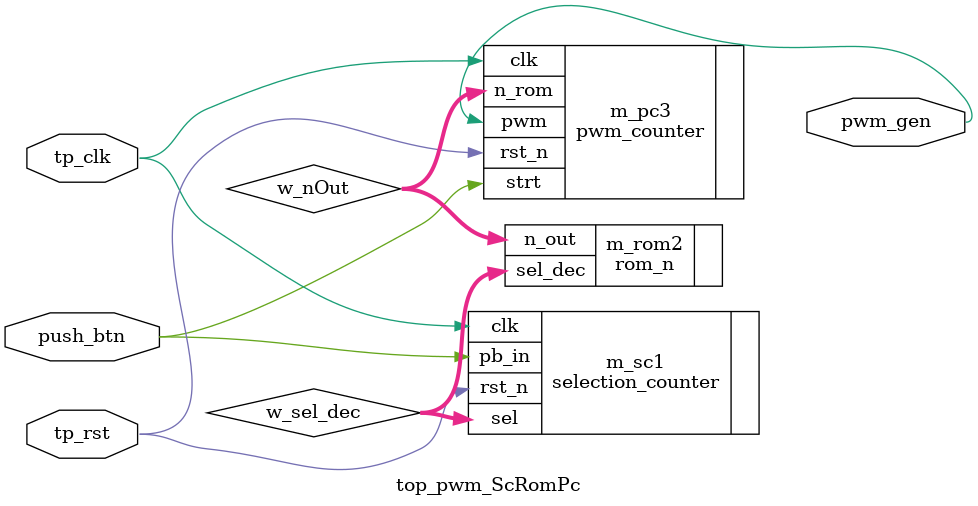
<source format=v>

module top_pwm_ScRomPc(pwm_gen, push_btn, tp_clk, tp_rst);

input push_btn, tp_clk, tp_rst;
output pwm_gen;

wire [2:0]w_sel_dec; //Connects "sel" & "sel_dec".
selection_counter m_sc1(.sel(w_sel_dec), .clk(tp_clk), .rst_n(tp_rst), .pb_in(push_btn));
wire [15:0]w_nOut; //Connects "n_out" & "n_rom".
rom_n m_rom2(.n_out(w_nOut), .sel_dec(w_sel_dec));

pwm_counter m_pc3(.pwm(pwm_gen), .strt(push_btn), .clk(tp_clk), .rst_n(tp_rst), .n_rom(w_nOut));

endmodule


</source>
